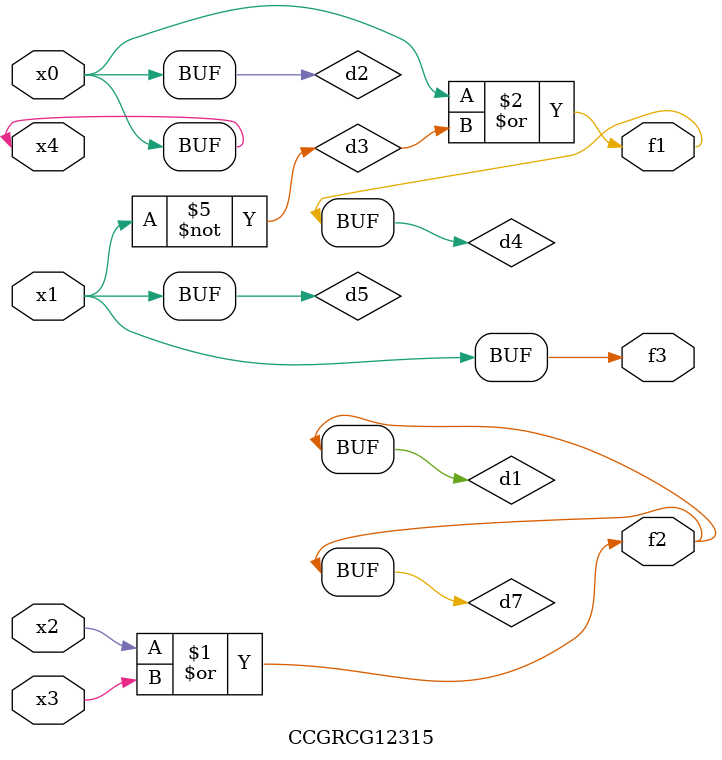
<source format=v>
module CCGRCG12315(
	input x0, x1, x2, x3, x4,
	output f1, f2, f3
);

	wire d1, d2, d3, d4, d5, d6, d7;

	or (d1, x2, x3);
	buf (d2, x0, x4);
	not (d3, x1);
	or (d4, d2, d3);
	not (d5, d3);
	nand (d6, d1, d3);
	or (d7, d1);
	assign f1 = d4;
	assign f2 = d7;
	assign f3 = d5;
endmodule

</source>
